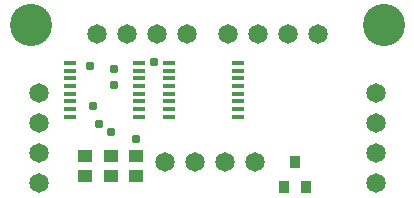
<source format=gbs>
G75*
%MOIN*%
%OFA0B0*%
%FSLAX25Y25*%
%IPPOS*%
%LPD*%
%AMOC8*
5,1,8,0,0,1.08239X$1,22.5*
%
%ADD10C,0.14083*%
%ADD11C,0.06500*%
%ADD12R,0.04400X0.01700*%
%ADD13R,0.04831X0.04437*%
%ADD14R,0.03650X0.04043*%
%ADD15C,0.03078*%
D10*
X0011545Y0073579D03*
X0129045Y0073579D03*
D11*
X0014045Y0021079D03*
X0014045Y0031079D03*
X0014045Y0041079D03*
X0014045Y0051079D03*
X0033545Y0070579D03*
X0043545Y0070579D03*
X0053545Y0070579D03*
X0063545Y0070579D03*
X0077045Y0070579D03*
X0087045Y0070579D03*
X0097045Y0070579D03*
X0107045Y0070579D03*
X0126545Y0051079D03*
X0126545Y0041079D03*
X0126545Y0031079D03*
X0126545Y0021079D03*
X0086045Y0028079D03*
X0076045Y0028079D03*
X0066045Y0028079D03*
X0056045Y0028079D03*
D12*
X0057558Y0043123D03*
X0057558Y0045682D03*
X0057558Y0048241D03*
X0057558Y0050800D03*
X0057558Y0053359D03*
X0057558Y0055918D03*
X0057558Y0058477D03*
X0057558Y0061036D03*
X0047533Y0061036D03*
X0047533Y0058477D03*
X0047533Y0055918D03*
X0047533Y0053359D03*
X0047533Y0050800D03*
X0047533Y0048241D03*
X0047533Y0045682D03*
X0047533Y0043123D03*
X0024558Y0043123D03*
X0024558Y0045682D03*
X0024558Y0048241D03*
X0024558Y0050800D03*
X0024558Y0053359D03*
X0024558Y0055918D03*
X0024558Y0058477D03*
X0024558Y0061036D03*
X0080533Y0061036D03*
X0080533Y0058477D03*
X0080533Y0055918D03*
X0080533Y0053359D03*
X0080533Y0050800D03*
X0080533Y0048241D03*
X0080533Y0045682D03*
X0080533Y0043123D03*
D13*
X0046545Y0029926D03*
X0038045Y0029926D03*
X0029545Y0029926D03*
X0029545Y0023233D03*
X0038045Y0023233D03*
X0046545Y0023233D03*
D14*
X0095805Y0019642D03*
X0103285Y0019642D03*
X0099545Y0027910D03*
D15*
X0046545Y0035802D03*
X0038045Y0038190D03*
X0034045Y0040579D03*
X0032045Y0046579D03*
X0039045Y0053579D03*
X0039045Y0059079D03*
X0031045Y0060079D03*
X0052485Y0061519D03*
M02*

</source>
